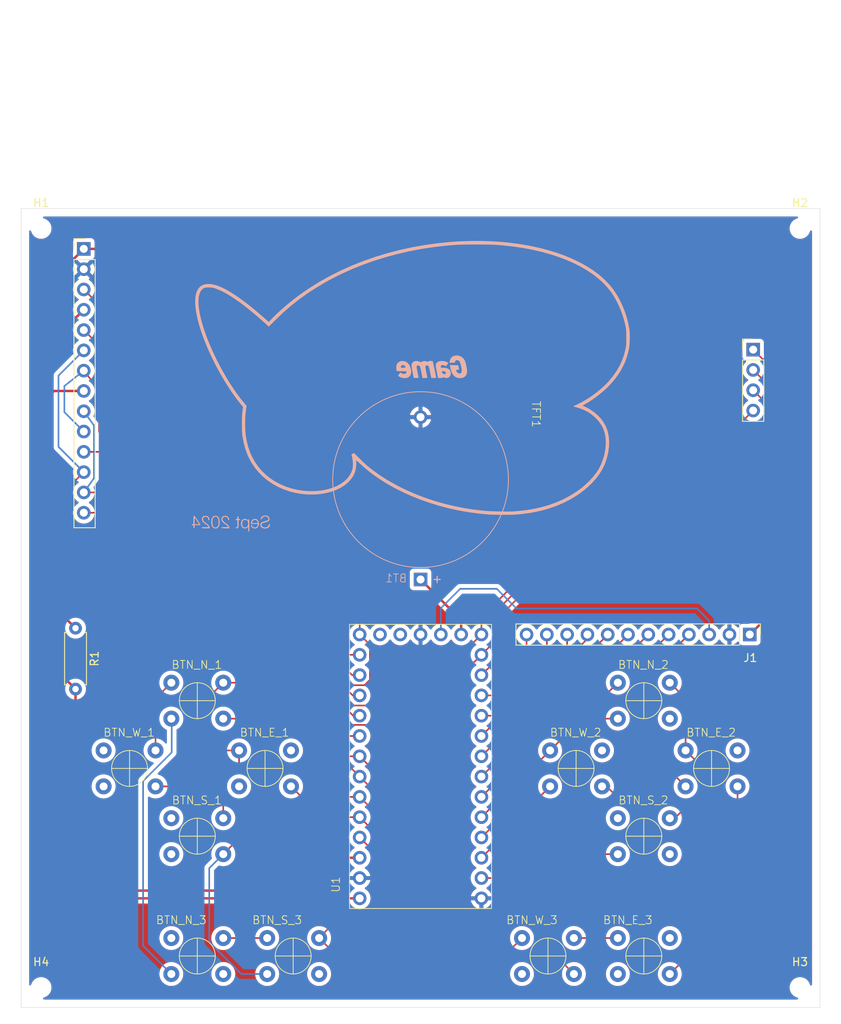
<source format=kicad_pcb>
(kicad_pcb (version 20240108) (generator "pcbnew") (generator_version "8.0")
  (title_block (title "teensy 4 handheld game console") (date "2024-09-09") (rev "0"))
  (layers (0 "F.Cu" signal) (31 "B.Cu" signal) (34 "B.Paste" user) (35 "F.Paste" user) (36 "B.SilkS" user "B.Silkscreen") (37 "F.SilkS" user "F.Silkscreen") (38 "B.Mask" user) (39 "F.Mask" user) (44 "Edge.Cuts" user))
  (net 0 "")
  (net 1 "Net-(BT1-+)")
  (net 2 "Net-(J1-Pin_6)")
  (net 3 "Net-(J1-Pin_9)")
  (net 4 "5v (via usb)")
  (net 5 "Net-(J1-Pin_8)")
  (net 6 "Net-(J1-Pin_7)")
  (net 7 "/TFT_led")
  (net 8 "/SPI_mosi")
  (net 9 "/SPI_miso")
  (net 10 "/SD_cs")
  (net 11 "/SPI_sck")
  (net 12 "/TFT_reset")
  (net 13 "GND (via usb)")
  (net 14 "Net-(BTN_E_1-Pad1)")
  (net 15 "Net-(BTN_E_1-Pad2)")
  (net 16 "Net-(BTN_E_2-Pad1)")
  (net 17 "Net-(BTN_E_3-Pad1)")
  (net 18 "Net-(BTN_N_1-Pad2)")
  (net 19 "Net-(BTN_S_1-Pad2)")
  (net 20 "Net-(BTN_W_1-Pad2)")
  (net 23 "Net-(J1-Pin_12)")
  (net 24 "Net-(J1-Pin_10)")
  (net 25 "Net-(J1-Pin_11)")
  (net 26 "Net-(J1-Pin_5)")
  (net 27 "Net-(J1-Pin_4)")
  (net 28 "/Touch_irq")
  (net 29 "/Touch_cs")
  (net 30 "/TFT_cs")
  (net 31 "/TFT_dc")
  (footprint "000_game_console_footprints:TFT_touchscreen_ili9341_controller_chip" (layer "F.Cu") (at 172.1388 38.9562 -90)
    (property "Reference" "TFT1" (at 31.7996 30.1736 -90) (layer "F.SilkS") (effects (font (thickness 0.1))))
    (property "Value" "~" (hide yes))
    (pad "1" thru_hole rect (at 11.1 86.8) (size 1.7 1.7) (drill 1) (layers "*.Cu" "*.Mask") (net 4 "5v (via usb)"))
    (pad "2" thru_hole oval (at 13.64 86.8) (size 1.7 1.7) (drill 1) (layers "*.Cu" "*.Mask") (net 13 "GND (via usb)"))
    (pad "3" thru_hole oval (at 16.18 86.8) (size 1.7 1.7) (drill 1) (layers "*.Cu" "*.Mask") (net 30 "/TFT_cs"))
    (pad "4" thru_hole oval (at 18.72 86.8) (size 1.7 1.7) (drill 1) (layers "*.Cu" "*.Mask") (net 12 "/TFT_reset"))
    (pad "5" thru_hole oval (at 21.26 86.8) (size 1.7 1.7) (drill 1) (layers "*.Cu" "*.Mask") (net 31 "/TFT_dc"))
    (pad "6" thru_hole oval (at 23.8 86.8) (size 1.7 1.7) (drill 1) (layers "*.Cu" "*.Mask") (net 8 "/SPI_mosi"))
    (pad "7" thru_hole oval (at 26.34 86.8) (size 1.7 1.7) (drill 1) (layers "*.Cu" "*.Mask") (net 11 "/SPI_sck"))
    (pad "8" thru_hole oval (at 28.88 86.8) (size 1.7 1.7) (drill 1) (layers "*.Cu" "*.Mask") (net 7 "/TFT_led"))
    (pad "9" thru_hole oval (at 31.42 86.8) (size 1.7 1.7) (drill 1) (layers "*.Cu" "*.Mask") (net 9 "/SPI_miso"))
    (pad "10" thru_hole oval (at 33.96 86.8) (size 1.7 1.7) (drill 1) (layers "*.Cu" "*.Mask") (net 11 "/SPI_sck"))
    (pad "11" thru_hole oval (at 36.5 86.8) (size 1.7 1.7) (drill 1) (layers "*.Cu" "*.Mask") (net 29 "/Touch_cs"))
    (pad "12" thru_hole oval (at 39.04 86.8) (size 1.7 1.7) (drill 1) (layers "*.Cu" "*.Mask") (net 8 "/SPI_mosi"))
    (pad "13" thru_hole oval (at 41.58 86.8) (size 1.7 1.7) (drill 1) (layers "*.Cu" "*.Mask") (net 9 "/SPI_miso"))
    (pad "14" thru_hole oval (at 44.12 86.8) (size 1.7 1.7) (drill 1) (layers "*.Cu" "*.Mask") (net 28 "/Touch_irq"))
    (pad "15" thru_hole rect (at 23.71 3) (size 1.7 1.7) (drill 1) (layers "*.Cu" "*.Mask") (net 10 "/SD_cs"))
    (pad "16" thru_hole oval (at 26.25 3) (size 1.7 1.7) (drill 1) (layers "*.Cu" "*.Mask") (net 8 "/SPI_mosi"))
    (pad "17" thru_hole oval (at 28.79 3) (size 1.7 1.7) (drill 1) (layers "*.Cu" "*.Mask") (net 9 "/SPI_miso"))
    (pad "18" thru_hole oval (at 31.33 3) (size 1.7 1.7) (drill 1) (layers "*.Cu" "*.Mask") (net 11 "/SPI_sck"))
  )
  (footprint "000_game_console_footprints:tactile switch 6.5 x 4.5" (layer "F.Cu") (at 99.5508 106.5986)
    (property "Reference" "BTN_N_1" (at -0.0544 -4.4922 0) (layer "F.SilkS") (effects (font (thickness 0.1))))
    (property "Value" "SW_DPST")
    (pad "1" thru_hole circle (at -3.25 -2.25) (size 2 2) (drill 1) (layers "*.Cu" "*.Mask") (net 14 "Net-(BTN_E_1-Pad1)"))
    (pad "1" thru_hole circle (at 3.25 -2.25) (size 2 2) (drill 1) (layers "*.Cu" "*.Mask") (net 14 "Net-(BTN_E_1-Pad1)"))
    (pad "2" thru_hole circle (at -3.25 2.25) (size 2 2) (drill 1) (layers "*.Cu" "*.Mask") (net 18 "Net-(BTN_N_1-Pad2)"))
    (pad "2" thru_hole circle (at 3.25 2.25) (size 2 2) (drill 1) (layers "*.Cu" "*.Mask") (net 18 "Net-(BTN_N_1-Pad2)"))
  )
  (footprint "000_game_console_footprints:tactile switch 6.5 x 4.5" (layer "F.Cu") (at 155.4492 123.5586)
    (property "Reference" "BTN_S_2" (at -0.0544 -4.4922 0) (layer "F.SilkS") (effects (font (thickness 0.1))))
    (property "Value" "SW_DPST")
    (pad "1" thru_hole circle (at -3.25 -2.25) (size 2 2) (drill 1) (layers "*.Cu" "*.Mask") (net 16 "Net-(BTN_E_2-Pad1)"))
    (pad "1" thru_hole circle (at 3.25 -2.25) (size 2 2) (drill 1) (layers "*.Cu" "*.Mask") (net 16 "Net-(BTN_E_2-Pad1)"))
    (pad "2" thru_hole circle (at -3.25 2.25) (size 2 2) (drill 1) (layers "*.Cu" "*.Mask") (net 19 "Net-(BTN_S_1-Pad2)"))
    (pad "2" thru_hole circle (at 3.25 2.25) (size 2 2) (drill 1) (layers "*.Cu" "*.Mask") (net 19 "Net-(BTN_S_1-Pad2)"))
  )
  (footprint "Resistor_THT:R_Axial_DIN0207_L6.3mm_D2.5mm_P7.62mm_Horizontal" (layer "F.Cu") (at 84.3072 97.5272 -90)
    (property "Reference" "R1" (at 3.81 -2.37 90) (layer "F.SilkS"))
    (property "Value" "100")
    (pad "1" thru_hole circle (at 0 0 270) (size 1.6 1.6) (drill 0.8) (layers "*.Cu" "*.Mask") (net 7 "/TFT_led"))
    (pad "2" thru_hole oval (at 7.62 0 270) (size 1.6 1.6) (drill 0.8) (layers "*.Cu" "*.Mask") (net 4 "5v (via usb)"))
  )
  (footprint "MountingHole:MountingHole_2.2mm_M2" (layer "F.Cu") (at 80 47.5)
    (property "Reference" "H1" (at 0 -3.2 0) (layer "F.SilkS"))
    (property "Value" "MountingHole")
    (pad "" np_thru_hole circle (at 0 0) (size 2.2 2.2) (drill 2.2) (layers "*.Cu" "*.Mask"))
  )
  (footprint "000_game_console_footprints:tactile switch 6.5 x 4.5" (layer "F.Cu") (at 99.5508 138.5586)
    (property "Reference" "BTN_N_3" (at -2 -4.5 0) (layer "F.SilkS") (effects (font (thickness 0.1))))
    (property "Value" "SW_DPST")
    (pad "1" thru_hole circle (at -3.25 -2.25) (size 2 2) (drill 1) (layers "*.Cu" "*.Mask") (net 17 "Net-(BTN_E_3-Pad1)"))
    (pad "1" thru_hole circle (at 3.25 -2.25) (size 2 2) (drill 1) (layers "*.Cu" "*.Mask") (net 17 "Net-(BTN_E_3-Pad1)"))
    (pad "2" thru_hole circle (at -3.25 2.25) (size 2 2) (drill 1) (layers "*.Cu" "*.Mask") (net 18 "Net-(BTN_N_1-Pad2)"))
    (pad "2" thru_hole circle (at 3.25 2.25) (size 2 2) (drill 1) (layers "*.Cu" "*.Mask") (net 18 "Net-(BTN_N_1-Pad2)"))
  )
  (footprint "000_game_console_footprints:teensy_4" (layer "F.Cu") (at 118.61 132.61 90)
    (property "Reference" "U1" (at 3 -1.72 90) (layer "F.SilkS") (effects (font (thickness 0.1))))
    (property "Value" "Teensy 4")
    (pad "0" thru_hole oval (at 3.81 16.51 90) (size 1.7 1.7) (drill 1) (layers "*.Cu" "*.Mask") (net 16 "Net-(BTN_E_2-Pad1)"))
    (pad "1" thru_hole oval (at 6.35 16.51 90) (size 1.7 1.7) (drill 1) (layers "*.Cu" "*.Mask") (net 27 "Net-(J1-Pin_4)"))
    (pad "2" thru_hole oval (at 8.89 16.51 90) (size 1.7 1.7) (drill 1) (layers "*.Cu" "*.Mask") (net 26 "Net-(J1-Pin_5)"))
    (pad "3" thru_hole oval (at 11.43 16.51 90) (size 1.7 1.7) (drill 1) (layers "*.Cu" "*.Mask") (net 2 "Net-(J1-Pin_6)"))
    (pad "4" thru_hole oval (at 13.97 16.51 90) (size 1.7 1.7) (drill 1) (layers "*.Cu" "*.Mask") (net 6 "Net-(J1-Pin_7)"))
    (pad "5" thru_hole oval (at 16.51 16.51 90) (size 1.7 1.7) (drill 1) (layers "*.Cu" "*.Mask") (net 5 "Net-(J1-Pin_8)"))
    (pad "6" thru_hole oval (at 19.05 16.51 90) (size 1.7 1.7) (drill 1) (layers "*.Cu" "*.Mask") (net 3 "Net-(J1-Pin_9)"))
    (pad "7" thru_hole oval (at 21.59 16.51 90) (size 1.7 1.7) (drill 1) (layers "*.Cu" "*.Mask") (net 24 "Net-(J1-Pin_10)"))
    (pad "8" thru_hole oval (at 24.13 16.51 90) (size 1.7 1.7) (drill 1) (layers "*.Cu" "*.Mask") (net 25 "Net-(J1-Pin_11)"))
    (pad "9" thru_hole oval (at 26.67 16.51 90) (size 1.7 1.7) (drill 1) (layers "*.Cu" "*.Mask") (net 23 "Net-(J1-Pin_12)"))
    (pad "10" thru_hole oval (at 29.21 16.51 90) (size 1.7 1.7) (drill 1) (layers "*.Cu" "*.Mask") (net 10 "/SD_cs"))
    (pad "11" thru_hole oval (at 31.75 16.51 90) (size 1.7 1.7) (drill 1) (layers "*.Cu" "*.Mask") (net 8 "/SPI_mosi"))
    (pad "12" thru_hole oval (at 34.29 16.51 90) (size 1.7 1.7) (drill 1) (layers "*.Cu" "*.Mask") (net 9 "/SPI_miso"))
    (pad "13" thru_hole oval (at 34.29 1.27 90) (size 1.7 1.7) (drill 1) (layers "*.Cu" "*.Mask") (net 11 "/SPI_sck"))
    (pad "14" thru_hole oval (at 31.75 1.27 90) (size 1.7 1.7) (drill 1) (layers "*.Cu" "*.Mask") (net 30 "/TFT_cs"))
    (pad "15" thru_hole oval (at 29.21 1.27 90) (size 1.7 1.7) (drill 1) (layers "*.Cu" "*.Mask") (net 31 "/TFT_dc"))
    (pad "16" thru_hole oval (at 26.67 1.27 90) (size 1.7 1.7) (drill 1) (layers "*.Cu" "*.Mask") (net 29 "/Touch_cs"))
    (pad "17" thru_hole oval (at 24.13 1.27 90) (size 1.7 1.7) (drill 1) (layers "*.Cu" "*.Mask") (net 28 "/Touch_irq"))
    (pad "18" thru_hole oval (at 21.59 1.27 90) (size 1.7 1.7) (drill 1) (layers "*.Cu" "*.Mask") (net 14 "Net-(BTN_E_1-Pad1)"))
    (pad "19" thru_hole oval (at 19.05 1.27 90) (size 1.7 1.7) (drill 1) (layers "*.Cu" "*.Mask") (net 18 "Net-(BTN_N_1-Pad2)"))
    (pad "20" thru_hole oval (at 16.51 1.27 90) (size 1.7 1.7) (drill 1) (layers "*.Cu" "*.Mask") (net 20 "Net-(BTN_W_1-Pad2)"))
    (pad "21" thru_hole oval (at 13.97 1.27 90) (size 1.7 1.7) (drill 1) (layers "*.Cu" "*.Mask") (net 15 "Net-(BTN_E_1-Pad2)"))
    (pad "22" thru_hole oval (at 11.43 1.27 90) (size 1.7 1.7) (drill 1) (layers "*.Cu" "*.Mask") (net 19 "Net-(BTN_S_1-Pad2)"))
    (pad "23" thru_hole oval (at 8.89 1.27 90) (size 1.7 1.7) (drill 1) (layers "*.Cu" "*.Mask") (net 17 "Net-(BTN_E_3-Pad1)"))
    (pad "24" thru_hole oval (at 6.35 1.27 90) (size 1.7 1.7) (drill 1) (layers "*.Cu" "*.Mask") (net 12 "/TFT_reset"))
    (pad "24" thru_hole oval (at 34.29 11.43 180) (size 1.7 1.7) (drill 1) (layers "*.Cu" "*.Mask") (net 12 "/TFT_reset"))
    (pad "25" thru_hole oval (at 1.27 16.51 90) (size 1.7 1.7) (drill 1) (layers "*.Cu" "*.Mask") (net 13 "GND (via usb)"))
    (pad "25" thru_hole oval (at 3.81 1.27 90) (size 1.7 1.7) (drill 1) (layers "*.Cu" "*.Mask") (net 13 "GND (via usb)"))
    (pad "25" thru_hole oval (at 34.29 8.89 180) (size 1.7 1.7) (drill 1) (layers "*.Cu" "*.Mask") (net 13 "GND (via usb)"))
    (pad "26" thru_hole oval (at 1.27 1.27 90) (size 1.7 1.7) (drill 1) (layers "*.Cu" "*.Mask") (net 4 "5v (via usb)"))
    (pad "27" thru_hole oval (at 34.29 13.97 180) (size 1.7 1.7) (drill 1) (layers "*.Cu" "*.Mask") (net 1 "Net-(BT1-+)"))
    (pad "28" thru_hole oval (at 34.29 6.35 180) (size 1.7 1.7) (drill 1) (layers "*.Cu" "*.Mask"))
    (pad "29" thru_hole oval (at 34.29 3.81 180) (size 1.7 1.7) (drill 1) (layers "*.Cu" "*.Mask"))
  )
  (footprint "000_game_console_footprints:tactile switch 6.5 x 4.5" (layer "F.Cu") (at 108.0308 115.0786)
    (property "Reference" "BTN_E_1" (at -0.0544 -4.4922 0) (layer "F.SilkS") (effects (font (thickness 0.1))))
    (property "Value" "SW_DPST")
    (pad "1" thru_hole circle (at -3.25 -2.25) (size 2 2) (drill 1) (layers "*.Cu" "*.Mask") (net 14 "Net-(BTN_E_1-Pad1)"))
    (pad "1" thru_hole circle (at 3.25 -2.25) (size 2 2) (drill 1) (layers "*.Cu" "*.Mask") (net 14 "Net-(BTN_E_1-Pad1)"))
    (pad "2" thru_hole circle (at -3.25 2.25) (size 2 2) (drill 1) (layers "*.Cu" "*.Mask") (net 15 "Net-(BTN_E_1-Pad2)"))
    (pad "2" thru_hole circle (at 3.25 2.25) (size 2 2) (drill 1) (layers "*.Cu" "*.Mask") (net 15 "Net-(BTN_E_1-Pad2)"))
  )
  (footprint "000_game_console_footprints:tactile switch 6.5 x 4.5" (layer "F.Cu") (at 146.9692 115.0786)
    (property "Reference" "BTN_W_2" (at -0.0544 -4.4922 0) (layer "F.SilkS") (effects (font (thickness 0.1))))
    (property "Value" "SW_DPST")
    (pad "1" thru_hole circle (at -3.25 -2.25) (size 2 2) (drill 1) (layers "*.Cu" "*.Mask") (net 16 "Net-(BTN_E_2-Pad1)"))
    (pad "1" thru_hole circle (at 3.25 -2.25) (size 2 2) (drill 1) (layers "*.Cu" "*.Mask") (net 16 "Net-(BTN_E_2-Pad1)"))
    (pad "2" thru_hole circle (at -3.25 2.25) (size 2 2) (drill 1) (layers "*.Cu" "*.Mask") (net 20 "Net-(BTN_W_1-Pad2)"))
    (pad "2" thru_hole circle (at 3.25 2.25) (size 2 2) (drill 1) (layers "*.Cu" "*.Mask") (net 20 "Net-(BTN_W_1-Pad2)"))
  )
  (footprint "MountingHole:MountingHole_2.2mm_M2" (layer "F.Cu") (at 80 142.5)
    (property "Reference" "H4" (at 0 -3.2 0) (layer "F.SilkS"))
    (property "Value" "MountingHole")
    (pad "" np_thru_hole circle (at 0 0) (size 2.2 2.2) (drill 2.2) (layers "*.Cu" "*.Mask"))
  )
  (footprint "Connector_PinHeader_2.54mm:PinHeader_1x12_P2.54mm_Vertical" (layer "F.Cu") (at 168.7114 98.3202 -90)
    (property "Reference" "J1" (at 2.921 -0.0762 180) (layer "F.SilkS"))
    (property "Value" "Conn_01x11_Pin")
    (pad "1" thru_hole rect (at 0 0 270) (size 1.7 1.7) (drill 1) (layers "*.Cu" "*.Mask") (net 4 "5v (via usb)"))
    (pad "2" thru_hole oval (at 0 2.54 270) (size 1.7 1.7) (drill 1) (layers "*.Cu" "*.Mask") (net 13 "GND (via usb)"))
    (pad "3" thru_hole oval (at 0 5.08 270) (size 1.7 1.7) (drill 1) (layers "*.Cu" "*.Mask") (net 12 "/TFT_reset"))
    (pad "4" thru_hole oval (at 0 7.62 270) (size 1.7 1.7) (drill 1) (layers "*.Cu" "*.Mask") (net 27 "Net-(J1-Pin_4)"))
    (pad "5" thru_hole oval (at 0 10.16 270) (size 1.7 1.7) (drill 1) (layers "*.Cu" "*.Mask") (net 26 "Net-(J1-Pin_5)"))
    (pad "6" thru_hole oval (at 0 12.7 270) (size 1.7 1.7) (drill 1) (layers "*.Cu" "*.Mask") (net 2 "Net-(J1-Pin_6)"))
    (pad "7" thru_hole oval (at 0 15.24 270) (size 1.7 1.7) (drill 1) (layers "*.Cu" "*.Mask") (net 6 "Net-(J1-Pin_7)"))
    (pad "8" thru_hole oval (at 0 17.78 270) (size 1.7 1.7) (drill 1) (layers "*.Cu" "*.Mask") (net 5 "Net-(J1-Pin_8)"))
    (pad "9" thru_hole oval (at 0 20.32 270) (size 1.7 1.7) (drill 1) (layers "*.Cu" "*.Mask") (net 3 "Net-(J1-Pin_9)"))
    (pad "10" thru_hole oval (at 0 22.86 270) (size 1.7 1.7) (drill 1) (layers "*.Cu" "*.Mask") (net 24 "Net-(J1-Pin_10)"))
    (pad "11" thru_hole oval (at 0 25.4 270) (size 1.7 1.7) (drill 1) (layers "*.Cu" "*.Mask") (net 25 "Net-(J1-Pin_11)"))
    (pad "12" thru_hole oval (at 0 27.94 270) (size 1.7 1.7) (drill 1) (layers "*.Cu" "*.Mask") (net 23 "Net-(J1-Pin_12)"))
  )
  (footprint "000_game_console_footprints:tactile switch 6.5 x 4.5" (layer "F.Cu") (at 99.5508 123.5586)
    (property "Reference" "BTN_S_1" (at -0.0544 -4.4922 0) (layer "F.SilkS") (effects (font (thickness 0.1))))
    (property "Value" "SW_DPST")
    (pad "1" thru_hole circle (at -3.25 -2.25) (size 2 2) (drill 1) (layers "*.Cu" "*.Mask") (net 14 "Net-(BTN_E_1-Pad1)"))
    (pad "1" thru_hole circle (at 3.25 -2.25) (size 2 2) (drill 1) (layers "*.Cu" "*.Mask") (net 14 "Net-(BTN_E_1-Pad1)"))
    (pad "2" thru_hole circle (at -3.25 2.25) (size 2 2) (drill 1) (layers "*.Cu" "*.Mask") (net 19 "Net-(BTN_S_1-Pad2)"))
    (pad "2" thru_hole circle (at 3.25 2.25) (size 2 2) (drill 1) (layers "*.Cu" "*.Mask") (net 19 "Net-(BTN_S_1-Pad2)"))
  )
  (footprint "000_game_console_footprints:tactile switch 6.5 x 4.5" (layer "F.Cu") (at 155.4492 138.5586)
    (property "Reference" "BTN_E_3" (at -2 -4.5 0) (layer "F.SilkS") (effects (font (thickness 0.1))))
    (property "Value" "SW_DPST")
    (pad "1" thru_hole circle (at -3.25 -2.25) (size 2 2) (drill 1) (layers "*.Cu" "*.Mask") (net 17 "Net-(BTN_E_3-Pad1)"))
    (pad "1" thru_hole circle (at 3.25 -2.25) (size 2 2) (drill 1) (layers "*.Cu" "*.Mask") (net 17 "Net-(BTN_E_3-Pad1)"))
    (pad "2" thru_hole circle (at -3.25 2.25) (size 2 2) (drill 1) (layers "*.Cu" "*.Mask") (net 15 "Net-(BTN_E_1-Pad2)"))
    (pad "2" thru_hole circle (at 3.25 2.25) (size 2 2) (drill 1) (layers "*.Cu" "*.Mask") (net 15 "Net-(BTN_E_1-Pad2)"))
  )
  (footprint "MountingHole:MountingHole_2.2mm_M2" (layer "F.Cu") (at 175 47.5)
    (property "Reference" "H2" (at 0 -3.2 0) (layer "F.SilkS"))
    (property "Value" "MountingHole")
    (pad "" np_thru_hole circle (at 0 0) (size 2.2 2.2) (drill 2.2) (layers "*.Cu" "*.Mask"))
  )
  (footprint "000_game_console_footprints:tactile switch 6.5 x 4.5" (layer "F.Cu") (at 155.4492 106.5986)
    (property "Reference" "BTN_N_2" (at -0.0544 -4.4922 0) (layer "F.SilkS") (effects (font (thickness 0.1))))
    (property "Value" "SW_DPST")
    (pad "1" thru_hole circle (at -3.25 -2.25) (size 2 2) (drill 1) (layers "*.Cu" "*.Mask") (net 16 "Net-(BTN_E_2-Pad1)"))
    (pad "1" thru_hole circle (at 3.25 -2.25) (size 2 2) (drill 1) (layers "*.Cu" "*.Mask") (net 16 "Net-(BTN_E_2-Pad1)"))
    (pad "2" thru_hole circle (at -3.25 2.25) (size 2 2) (drill 1) (layers "*.Cu" "*.Mask") (net 18 "Net-(BTN_N_1-Pad2)"))
    (pad "2" thru_hole circle (at 3.25 2.25) (size 2 2) (drill 1) (layers "*.Cu" "*.Mask") (net 18 "Net-(BTN_N_1-Pad2)"))
  )
  (footprint "000_game_console_footprints:tactile switch 6.5 x 4.5" (layer "F.Cu") (at 91.0708 115.0786)
    (property "Reference" "BTN_W_1" (at -0.0544 -4.4922 0) (layer "F.SilkS") (effects (font (thickness 0.1))))
    (property "Value" "SW_DPST")
    (pad "1" thru_hole circle (at -3.25 -2.25) (size 2 2) (drill 1) (layers "*.Cu" "*.Mask") (net 14 "Net-(BTN_E_1-Pad1)"))
    (pad "1" thru_hole circle (at 3.25 -2.25) (size 2 2) (drill 1) (layers "*.Cu" "*.Mask") (net 14 "Net-(BTN_E_1-Pad1)"))
    (pad "2" thru_hole circle (at -3.25 2.25) (size 2 2) (drill 1) (layers "*.Cu" "*.Mask") (net 20 "Net-(BTN_W_1-Pad2)"))
    (pad "2" thru_hole circle (at 3.25 2.25) (size 2 2) (drill 1) (layers "*.Cu" "*.Mask") (net 20 "Net-(BTN_W_1-Pad2)"))
  )
  (footprint "000_game_console_footprints:tactile switch 6.5 x 4.5" (layer "F.Cu") (at 111.5508 138.5586)
    (property "Reference" "BTN_S_3" (at -2 -4.5 0) (layer "F.SilkS") (effects (font (thickness 0.1))))
    (property "Value" "SW_DPST")
    (pad "1" thru_hole circle (at -3.25 -2.25) (size 2 2) (drill 1) (layers "*.Cu" "*.Mask") (net 17 "Net-(BTN_E_3-Pad1)"))
    (pad "1" thru_hole circle (at 3.25 -2.25) (size 2 2) (drill 1) (layers "*.Cu" "*.Mask") (net 17 "Net-(BTN_E_3-Pad1)"))
    (pad "2" thru_hole circle (at -3.25 2.25) (size 2 2) (drill 1) (layers "*.Cu" "*.Mask") (net 19 "Net-(BTN_S_1-Pad2)"))
    (pad "2" thru_hole circle (at 3.25 2.25) (size 2 2) (drill 1) (layers "*.Cu" "*.Mask") (net 19 "Net-(BTN_S_1-Pad2)"))
  )
  (footprint "000_game_console_footprints:tactile switch 6.5 x 4.5" (layer "F.Cu") (at 163.9292 115.0786)
    (property "Reference" "BTN_E_2" (at -0.0544 -4.4922 0) (layer "F.SilkS") (effects (font (thickness 0.1))))
    (property "Value" "SW_DPST")
    (pad "1" thru_hole circle (at -3.25 -2.25) (size 2 2) (drill 1) (layers "*.Cu" "*.Mask") (net 16 "Net-(BTN_E_2-Pad1)"))
    (pad "1" thru_hole circle (at 3.25 -2.25) (size 2 2) (drill 1) (layers "*.Cu" "*.Mask") (net 16 "Net-(BTN_E_2-Pad1)"))
    (pad "2" thru_hole circle (at -3.25 2.25) (size 2 2) (drill 1) (layers "*.Cu" "*.Mask") (net 15 "Net-(BTN_E_1-Pad2)"))
    (pad "2" thru_hole circle (at 3.25 2.25) (size 2 2) (drill 1) (layers "*.Cu" "*.Mask") (net 15 "Net-(BTN_E_1-Pad2)"))
  )
  (footprint "MountingHole:MountingHole_2.2mm_M2" (layer "F.Cu") (at 175 142.5)
    (property "Reference" "H3" (at 0 -3.2 0) (layer "F.SilkS"))
    (property "Value" "MountingHole")
    (pad "" np_thru_hole circle (at 0 0) (size 2.2 2.2) (drill 2.2) (layers "*.Cu" "*.Mask"))
  )
  (footprint "000_game_console_footprints:tactile switch 6.5 x 4.5" (layer "F.Cu") (at 143.4492 138.5586)
    (property "Reference" "BTN_W_3" (at -2 -4.5 0) (layer "F.SilkS") (effects (font (thickness 0.1))))
    (property "Value" "SW_DPST")
    (pad "1" thru_hole circle (at -3.25 -2.25) (size 2 2) (drill 1) (layers "*.Cu" "*.Mask") (net 17 "Net-(BTN_E_3-Pad1)"))
    (pad "1" thru_hole circle (at 3.25 -2.25) (size 2 2) (drill 1) (layers "*.Cu" "*.Mask") (net 17 "Net-(BTN_E_3-Pad1)"))
    (pad "2" thru_hole circle (at -3.25 2.25) (size 2 2) (drill 1) (layers "*.Cu" "*.Mask") (net 20 "Net-(BTN_W_1-Pad2)"))
    (pad "2" thru_hole circle (at 3.25 2.25) (size 2 2) (drill 1) (layers "*.Cu" "*.Mask") (net 20 "Net-(BTN_W_1-Pad2)"))
  )
  (footprint "LOGO" (layer "B.Cu") (at 126.9538 66.0314 180)
    (property "Reference" "G***" (hide yes))
    (property "Value" "LOGO" (hide yes))
  )
  (footprint "000_game_console_footprints:Battery_Holder" (layer "B.Cu") (at 127.5 91.4312 90)
    (property "Reference" "BT1" (at 0.1522 -3.0608 0) (layer "B.SilkS") (effects (font (thickness 0.1)) (justify mirror)))
    (property "Value" "3.3v")
    (fp_text user "+" (at 0 2 90) (layer "B.SilkS") (effects (justify mirror)))
    (pad "1" thru_hole rect (at 0 0) (size 1.7 1.7) (drill 1) (layers "*.Cu" "*.Mask") (net 1 "Net-(BT1-+)"))
    (pad "2" thru_hole oval (at 20.32 0) (size 1.7 1.7) (drill 1) (layers "*.Cu" "*.Mask") (net 13 "GND (via usb)"))
  )
  (gr_line (start 119.791 131.2838) (end 120.0196 131.3346) (stroke (width 0.2)) (layer "F.Cu") (net 4))
  (gr_rect (start 77.5 45) (end 177.5 145) (stroke (width 0.05)) (fill none) (layer "Edge.Cuts"))
  (segment (start 132.58 96.5112) (end 127.5 91.4312) (width 0.3) (layer "F.Cu") (net 1))
  (segment (start 132.58 98.32) (end 132.58 96.5112) (width 0.3) (layer "F.Cu") (net 1))
  (segment (start 139.0188 117.2812) (end 139.0188 111.0402) (width 0.2) (layer "F.Cu") (net 2))
  (segment (start 152.8418 101.4898) (end 156.0114 98.3202) (width 0.2) (layer "F.Cu") (net 2))
  (segment (start 139.0188 111.0402) (end 148.5692 101.4898) (width 0.2) (layer "F.Cu") (net 2))
  (segment (start 148.5692 101.4898) (end 152.8418 101.4898) (width 0.2) (layer "F.Cu") (net 2))
  (segment (start 135.12 121.18) (end 139.0188 117.2812) (width 0.2) (layer "F.Cu") (net 2))
  (segment (start 137.2018 111.4782) (end 137.2018 110.0378) (width 0.2) (layer "F.Cu") (net 3))
  (segment (start 135.12 113.56) (end 137.2018 111.4782) (width 0.2) (layer "F.Cu") (net 3))
  (segment (start 137.2018 110.0378) (end 148.3914 98.8482) (width 0.2) (layer "F.Cu") (net 3))
  (segment (start 148.3914 98.8482) (end 148.3914 98.3402) (width 0.2) (layer "F.Cu") (net 3))
  (segment (start 171.2768 77.944) (end 171.2768 95.7748) (width 0.3) (layer "F.Cu") (net 4))
  (segment (start 173.8168 75.404) (end 171.2768 77.944) (width 0.3) (layer "F.Cu") (net 4))
  (segment (start 171.2768 95.7748) (end 168.7114 98.3402) (width 0.3) (layer "F.Cu") (net 4))
  (segment (start 79.8622 55.5328) (end 85.3388 50.0562) (width 0.3) (layer "F.Cu") (net 4))
  (segment (start 85.3388 50.0562) (end 163.8868 50.0562) (width 0.3) (layer "F.Cu") (net 4))
  (segment (start 89.3926 131.34) (end 84.3072 126.2546) (width 0.3) (layer "F.Cu") (net 4))
  (segment (start 84.3072 105.1472) (end 79.8622 100.7022) (width 0.3) (layer "F.Cu") (net 4))
  (segment (start 163.8868 50.0562) (end 173.8168 59.9862) (width 0.3) (layer "F.Cu") (net 4))
  (segment (start 173.8168 59.9862) (end 173.8168 75.404) (width 0.3) (layer "F.Cu") (net 4))
  (segment (start 84.3072 126.2546) (end 84.3072 105.1472) (width 0.3) (layer "F.Cu") (net 4))
  (segment (start 119.88 131.34) (end 89.3926 131.34) (width 0.3) (layer "F.Cu") (net 4))
  (segment (start 79.8622 100.7022) (end 79.8622 55.5328) (width 0.3) (layer "F.Cu") (net 4))
  (segment (start 147.731 100.4738) (end 148.7978 100.4738) (width 0.2) (layer "F.Cu") (net 5))
  (segment (start 148.7978 100.4738) (end 150.9314 98.3402) (width 0.2) (layer "F.Cu") (net 5))
  (segment (start 137.771 110.4338) (end 147.731 100.4738) (width 0.2) (layer "F.Cu") (net 5))
  (segment (start 137.771 113.449) (end 137.771 110.4338) (width 0.2) (layer "F.Cu") (net 5))
  (segment (start 135.12 116.1) (end 137.771 113.449) (width 0.2) (layer "F.Cu") (net 5))
  (segment (start 138.46 110.6592) (end 148.1914 100.9278) (width 0.2) (layer "F.Cu") (net 6))
  (segment (start 150.8838 100.9278) (end 153.4714 98.3402) (width 0.2) (layer "F.Cu") (net 6))
  (segment (start 135.12 118.64) (end 138.46 115.3) (width 0.2) (layer "F.Cu") (net 6))
  (segment (start 148.1914 100.9278) (end 150.8838 100.9278) (width 0.2) (layer "F.Cu") (net 6))
  (segment (start 138.46 115.3) (end 138.46 110.6592) (width 0.2) (layer "F.Cu") (net 6))
  (segment (start 81.6134 67.8362) (end 85.3388 67.8362) (width 0.3) (layer "F.Cu") (net 7))
  (segment (start 84.3072 97.5272) (end 80.921 94.141) (width 0.3) (layer "F.Cu") (net 7))
  (segment (start 80.921 94.141) (end 80.921 68.5286) (width 0.3) (layer "F.Cu") (net 7))
  (segment (start 80.921 68.5286) (end 81.6134 67.8362) (width 0.3) (layer "F.Cu") (net 7))
  (segment (start 126.35 109.63) (end 118.7364 109.63) (width 0.2) (layer "F.Cu") (net 8))
  (segment (start 118.7364 109.63) (end 95.1022 85.9958) (width 0.2) (layer "F.Cu") (net 8))
  (segment (start 84.3072 85.9958) (end 82.9356 84.6242) (width 0.2) (layer "F.Cu") (net 8))
  (segment (start 171.734 73.499) (end 171.734 67.8014) (width 0.2) (layer "F.Cu") (net 8))
  (segment (start 157.3068 75.0484) (end 170.1846 75.0484) (width 0.2) (layer "F.Cu") (net 8))
  (segment (start 137.0884 95.2668) (end 157.3068 75.0484) (width 0.2) (layer "F.Cu") (net 8))
  (segment (start 135.12 100.86) (end 137.0884 98.8916) (width 0.2) (layer "F.Cu") (net 8))
  (segment (start 82.9356 84.6242) (end 82.9356 80.3994) (width 0.2) (layer "F.Cu") (net 8))
  (segment (start 82.9356 80.3994) (end 85.3388 77.9962) (width 0.2) (layer "F.Cu") (net 8))
  (segment (start 95.1022 85.9958) (end 84.3072 85.9958) (width 0.2) (layer "F.Cu") (net 8))
  (segment (start 137.0884 98.8916) (end 137.0884 95.2668) (width 0.2) (layer "F.Cu") (net 8))
  (segment (start 135.12 100.86) (end 126.35 109.63) (width 0.2) (layer "F.Cu") (net 8))
  (segment (start 171.734 67.8014) (end 169.1388 65.2062) (width 0.2) (layer "F.Cu") (net 8))
  (segment (start 170.1846 75.0484) (end 171.734 73.499) (width 0.2) (layer "F.Cu") (net 8))
  (segment (start 82.1736 65.9214) (end 82.1736 74.831) (width 0.2) (layer "B.Cu") (net 8))
  (segment (start 85.3388 62.7562) (end 82.1736 65.9214) (width 0.2) (layer "B.Cu") (net 8))
  (segment (start 82.1736 74.831) (end 85.3388 77.9962) (width 0.2) (layer "B.Cu") (net 8))
  (segment (start 171.0228 73.14405) (end 171.0228 69.6302) (width 0.2) (layer "F.Cu") (net 9))
  (segment (start 171.0228 69.6302) (end 169.1388 67.7462) (width 0.2) (layer "F.Cu") (net 9))
  (segment (start 126.2352 107.2048) (end 119.156 107.2048) (width 0.2) (layer "F.Cu") (net 9))
  (segment (start 135.12 98.32) (end 135.12 96.143) (width 0.2) (layer "F.Cu") (net 9))
  (segment (start 135.12 98.32) (end 126.2352 107.2048) (width 0.2) (layer "F.Cu") (net 9))
  (segment (start 169.82965 74.3372) (end 171.0228 73.14405) (width 0.2) (layer "F.Cu") (net 9))
  (segment (start 92.4874 80.5362) (end 85.3388 80.5362) (width 0.2) (layer "F.Cu") (net 9))
  (segment (start 135.12 96.143) (end 156.9258 74.3372) (width 0.2) (layer "F.Cu") (net 9))
  (segment (start 119.156 107.2048) (end 92.4874 80.5362) (width 0.2) (layer "F.Cu") (net 9))
  (segment (start 156.9258 74.3372) (end 169.82965 74.3372) (width 0.2) (layer "F.Cu") (net 9))
  (segment (start 86.6186 78.7564) (end 85.3388 80.5362) (width 0.2) (layer "B.Cu") (net 9))
  (segment (start 86.6186 72.156) (end 86.6186 78.7564) (width 0.2) (layer "B.Cu") (net 9))
  (segment (start 85.3388 70.3762) (end 86.6186 72.156) (width 0.2) (layer "B.Cu") (net 9))
  (segment (start 137.9774 95.47) (end 157.6878 75.7596) (width 0.2) (layer "F.Cu") (net 10))
  (segment (start 172.623 66.1504) (end 169.1388 62.6662) (width 0.2) (layer "F.Cu") (net 10))
  (segment (start 135.12 103.4) (end 137.9774 100.5426) (width 0.2) (layer "F.Cu") (net 10))
  (segment (start 157.6878 75.7596) (end 170.6164 75.7596) (width 0.2) (layer "F.Cu") (net 10))
  (segment (start 172.623 73.753) (end 172.623 66.1504) (width 0.2) (layer "F.Cu") (net 10))
  (segment (start 170.6164 75.7596) (end 172.623 73.753) (width 0.2) (layer "F.Cu") (net 10))
  (segment (start 137.9774 100.5426) (end 137.9774 95.47) (width 0.2) (layer "F.Cu") (net 10))
  (segment (start 121.1626 99.6026) (end 121.1626 103.979) (width 0.2) (layer "F.Cu") (net 11))
  (segment (start 156.522766 73.6372) (end 165.7878 73.6372) (width 0.2) (layer "F.Cu") (net 11))
  (segment (start 165.7878 73.6372) (end 169.1388 70.2862) (width 0.2) (layer "F.Cu") (net 11))
  (segment (start 125.506 89.704) (end 140.455966 89.704) (width 0.2) (layer "F.Cu") (net 11))
  (segment (start 119.88 98.32) (end 121.1626 99.6026) (width 0.2) (layer "F.Cu") (net 11))
  (segment (start 140.455966 89.704) (end 156.522766 73.6372) (width 0.2) (layer "F.Cu") (net 11))
  (segment (start 120.477 104.6646) (end 118.978 104.6646) (width 0.2) (layer "F.Cu") (net 11))
  (segment (start 119.88 98.32) (end 119.88 95.33) (width 0.2) (layer "F.Cu") (net 11))
  (segment (start 119.88 95.33) (end 125.506 89.704) (width 0.2) (layer "F.Cu") (net 11))
  (segment (start 121.1626 103.979) (end 120.477 104.6646) (width 0.2) (layer "F.Cu") (net 11))
  (segment (start 118.978 104.6646) (end 87.2536 72.9402) (width 0.2) (layer "F.Cu") (net 11))
  (segment (start 87.2536 72.9402) (end 87.2536 67.711) (width 0.2) (layer "F.Cu") (net 11))
  (segment (start 87.2536 67.711) (end 85.3388 65.2962) (width 0.2) (layer "F.Cu") (net 11))
  (segment (start 82.9102 67.2248) (end 82.9102 70.4876) (width 0.2) (layer "B.Cu") (net 11))
  (segment (start 82.9102 70.4876) (end 85.3388 72.9162) (width 0.2) (layer "B.Cu") (net 11))
  (segment (start 85.3388 65.2962) (end 82.9102 67.2248) (width 0.2) (layer "B.Cu") (net 11))
  (segment (start 109.123 130.3694) (end 91.2668 130.3694) (width 0.3) (layer "F.Cu") (net 12))
  (segment (start 113.2324 126.26) (end 109.123 130.3694) (width 0.3) (layer "F.Cu") (net 12))
  (segment (start 91.2668 130.3694) (end 85.9836 125.0862) (width 0.3) (layer "F.Cu") (net 12))
  (segment (start 80.421 97.1462) (end 80.421 62.594) (width 0.3) (layer "F.Cu") (net 12))
  (segment (start 85.9836 102.7088) (end 80.421 97.1462) (width 0.3) (layer "F.Cu") (net 12))
  (segment (start 80.421 62.594) (end 85.3388 57.6762) (width 0.3) (layer "F.Cu") (net 12))
  (segment (start 119.88 126.26) (end 113.2324 126.26) (width 0.3) (layer "F.Cu") (net 12))
  (segment (start 85.9836 125.0862) (end 85.9836 102.7088) (width 0.3) (layer "F.Cu") (net 12))
  (segment (start 130.04 95.0252) (end 132.4654 92.5998) (width 0.2) (layer "B.Cu") (net 12))
  (segment (start 137.0378 92.5998) (end 139.5014 95.0634) (width 0.2) (layer "B.Cu") (net 12))
  (segment (start 132.4654 92.5998) (end 137.0378 92.5998) (width 0.2) (layer "B.Cu") (net 12))
  (segment (start 163.6314 96.5876) (end 163.6314 98.3402) (width 0.2) (layer "B.Cu") (net 12))
  (segment (start 162.1072 95.0634) (end 163.6314 96.5876) (width 0.2) (layer "B.Cu") (net 12))
  (segment (start 130.04 98.32) (end 130.04 95.0252) (width 0.2) (layer "B.Cu") (net 12))
  (segment (start 139.5014 95.0634) (end 162.1072 95.0634) (width 0.2) (layer "B.Cu") (net 12))
  (segment (start 102.8008 121.3086) (end 102.8008 116.6256) (width 0.2) (layer "F.Cu") (net 14))
  (segment (start 107.8924 104.3486) (end 102.8008 104.3486) (width 0.2) (layer "F.Cu") (net 14))
  (segment (start 94.3208 106.3286) (end 94.3208 112.8286) (width 0.2) (layer "F.Cu") (net 14))
  (segment (start 102.8598 112.8286) (end 100.9442 110.913) (width 0.2) (layer "F.Cu") (net 14))
  (segment (start 114.5638 111.02) (end 107.8924 104.3486) (width 0.2) (layer "F.Cu") (net 14))
  (segment (start 100.9442 106.2052) (end 102.8008 104.3486) (width 0.2) (layer "F.Cu") (net 14))
  (segment (start 119.88 111.02) (end 114.5638 111.02) (width 0.2) (layer "F.Cu") (net 14))
  (segment (start 104.7808 112.8286) (end 102.8598 112.8286) (width 0.2) (layer "F.Cu") (net 14))
  (segment (start 102.8008 116.6256) (end 104.7808 114.6456) (width 0.2) (layer "F.Cu") (net 14))
  (segment (start 96.3008 104.3486) (end 94.3208 106.3286) (width 0.2) (layer "F.Cu") (net 14))
  (segment (start 104.7808 114.6456) (end 104.7808 112.8286) (width 0.2) (layer "F.Cu") (net 14))
  (segment (start 100.9442 110.913) (end 100.9442 106.2052) (width 0.2) (layer "F.Cu") (net 14))
  (segment (start 123.9312 125.8738) (end 123.9312 122.6912) (width 0.2) (layer "F.Cu") (net 15))
  (segment (start 148.8232 115.4596) (end 142.9812 121.3016) (width 0.2) (layer "F.Cu") (net 15))
  (segment (start 136.936 134.9162) (end 132.9736 134.9162) (width 0.2) (layer "F.Cu") (net 15))
  (segment (start 160.6792 117.3286) (end 158.8102 115.4596) (width 0.2) (layer "F.Cu") (net 15))
  (segment (start 123.9312 122.6912) (end 119.88 118.64) (width 0.2) (layer "F.Cu") (net 15))
  (segment (start 132.9736 134.9162) (end 123.9312 125.8738) (width 0.2) (layer "F.Cu") (net 15))
  (segment (start 142.9812 121.3016) (end 142.9812 128.871) (width 0.2) (layer "F.Cu") (net 15))
  (segment (start 167.1792 117.3286) (end 167.1792 132.3286) (width 0.2) (layer "F.Cu") (net 15))
  (segment (start 111.2808 117.3286) (end 112.5922 118.64) (width 0.2) (layer "F.Cu") (net 15))
  (segment (start 112.5922 118.64) (end 119.88 118.64) (width 0.2) (layer "F.Cu") (net 15))
  (segment (start 158.8102 115.4596) (end 148.8232 115.4596) (width 0.2) (layer "F.Cu") (net 15))
  (segment (start 142.9812 128.871) (end 136.936 134.9162) (width 0.2) (layer "F.Cu") (net 15))
  (segment (start 167.1792 132.3286) (end 158.6992 140.8086) (width 0.2) (layer "F.Cu") (net 15))
  (segment (start 140.8222 115.7256) (end 143.7192 112.8286) (width 0.2) (layer "F.Cu") (net 16))
  (segment (start 143.7192 112.8286) (end 152.1992 104.3486) (width 0.2) (layer "F.Cu") (net 16))
  (segment (start 162.5646 114.714) (end 162.5646 118.0758) (width 0.2) (layer "F.Cu") (net 16))
  (segment (start 162.5646 118.0758) (end 159.3318 121.3086) (width 0.2) (layer "F.Cu") (net 16))
  (segment (start 160.6792 112.8286) (end 162.5646 114.714) (width 0.2) (layer "F.Cu") (net 16))
  (segment (start 139.801 128.8) (end 140.8222 127.7788) (width 0.2) (layer "F.Cu") (net 16))
  (segment (start 159.3318 121.3086) (end 158.6992 121.3086) (width 0.2) (layer "F.Cu") (net 16))
  (segment (start 135.12 128.8) (end 139.801 128.8) (width 0.2) (layer "F.Cu") (net 16))
  (segment (start 158.6992 104.3486) (end 160.6792 106.3286) (width 0.2) (layer "F.Cu") (net 16))
  (segment (start 160.6792 106.3286) (end 160.6792 112.8286) (width 0.2) (layer "F.Cu") (net 16))
  (segment (start 140.8222 127.7788) (end 140.8222 115.7256) (width 0.2) (layer "F.Cu") (net 16))
  (segment (start 108.3008 136.3086) (end 102.8008 136.3086) (width 0.2) (layer "F.Cu") (net 17))
  (segment (start 121.6198 132.0458) (end 120.1466 133.519) (width 0.2) (layer "F.Cu") (net 17))
  (segment (start 120.1466 133.519) (end 117.5558 133.519) (width 0.2) (layer "F.Cu") (net 17))
  (segment (start 138.5438 137.964) (end 140.1992 136.3086) (width 0.2) (layer "F.Cu") (net 17))
  (segment (start 117.5558 133.519) (end 114.8008 136.274) (width 0.2) (layer "F.Cu") (net 17))
  (segment (start 116.4562 137.964) (end 138.5438 137.964) (width 0.2) (layer "F.Cu") (net 17))
  (segment (start 121.6198 125.4598) (end 121.6198 132.0458) (width 0.2) (layer "F.Cu") (net 17))
  (segment (start 114.8008 136.3086) (end 116.4562 137.964) (width 0.2) (layer "F.Cu") (net 17))
  (segment (start 146.6992 136.3086) (end 152.1992 136.3086) (width 0.2) (layer "F.Cu") (net 17))
  (segment (start 119.88 123.72) (end 121.6198 125.4598) (width 0.2) (layer "F.Cu") (net 17))
  (segment (start 114.8008 136.274) (end 114.8008 136.3086) (width 0.2) (layer "F.Cu") (net 17))
  (segment (start 102.8008 108.8486) (end 111.3512 108.8486) (width 0.2) (layer "F.Cu") (net 18))
  (segment (start 125.2774 125.2896) (end 125.2774 118.9574) (width 0.2) (layer "F.Cu") (net 18))
  (segment (start 116.0626 113.56) (end 119.88 113.56) (width 0.2) (layer "F.Cu") (net 18))
  (segment (start 152.1992 108.8486) (end 150.3288 108.8486) (width 0.2) (layer "F.Cu") (net 18))
  (segment (start 111.3512 108.8486) (end 116.0626 113.56) (width 0.2) (layer "F.Cu") (net 18))
  (segment (start 143.3622 115.0278) (end 141.5842 116.8058) (width 0.2) (layer "F.Cu") (net 18))
  (segment (start 133.5832 133.5954) (end 125.2774 125.2896) (width 0.2) (layer "F.Cu") (net 18))
  (segment (start 141.5842 128.3884) (end 136.3772 133.5954) (width 0.2) (layer "F.Cu") (net 18))
  (segment (start 141.5842 116.8058) (end 141.5842 128.3884) (width 0.2) (layer "F.Cu") (net 18))
  (segment (start 136.3772 133.5954) (end 133.5832 133.5954) (width 0.2) (layer "F.Cu") (net 18))
  (segment (start 125.2774 118.9574) (end 119.88 113.56) (width 0.2) (layer "F.Cu") (net 18))
  (segment (start 150.3288 108.8486) (end 144.1496 115.0278) (width 0.2) (layer "F.Cu") (net 18))
  (segment (start 144.1496 115.0278) (end 143.3622 115.0278) (width 0.2) (layer "F.Cu") (net 18))
  (segment (start 96.3468 113.072) (end 96.3468 108.8946) (width 0.2) (layer "B.Cu") (net 18))
  (segment (start 92.7654 116.6534) (end 96.3468 113.072) (width 0.2) (layer "B.Cu") (net 18))
  (segment (start 96.3008 140.8086) (end 92.7654 137.2732) (width 0.2) (layer "B.Cu") (net 18))
  (segment (start 92.7654 137.2732) (end 92.7654 116.6534) (width 0.2) (layer "B.Cu") (net 18))
  (segment (start 96.3468 108.8946) (end 96.3008 108.8486) (width 0.2) (layer "B.Cu") (net 18))
  (segment (start 123.2962 124.5962) (end 119.88 121.18) (width 0.2) (layer "F.Cu") (net 19))
  (segment (start 107.4294 121.18) (end 102.8008 125.8086) (width 0.2) (layer "F.Cu") (net 19))
  (segment (start 119.88 121.18) (end 107.4294 121.18) (width 0.2) (layer "F.Cu") (net 19))
  (segment (start 152.1992 125.8086) (end 146.9834 125.8086) (width 0.2) (layer "F.Cu") (net 19))
  (segment (start 132.6942 135.5512) (end 123.2962 126.1532) (width 0.2) (layer "F.Cu") (net 19))
  (segment (start 137.2408 135.5512) (end 132.6942 135.5512) (width 0.2) (layer "F.Cu") (net 19))
  (segment (start 146.9834 125.8086) (end 137.2408 135.5512) (width 0.2) (layer "F.Cu") (net 19))
  (segment (start 123.2962 126.1532) (end 123.2962 124.5962) (width 0.2) (layer "F.Cu") (net 19))
  (segment (start 101.0458 136.7956) (end 105.0588 140.8086) (width 0.2) (layer "B.Cu") (net 19))
  (segment (start 102.8008 125.8086) (end 101.0458 127.5636) (width 0.2) (layer "B.Cu") (net 19))
  (segment (start 105.0588 140.8086) (end 108.3008 140.8086) (width 0.2) (layer "B.Cu") (net 19))
  (segment (start 101.0458 127.5636) (end 101.0458 136.7956) (width 0.2) (layer "B.Cu") (net 19))
  (segment (start 150.2192 117.3286) (end 150.7938 117.3286) (width 0.2) (layer "F.Cu") (net 20))
  (segment (start 98.709 119.2188) (end 96.8188 117.3286) (width 0.2) (layer "F.Cu") (net 20))
  (segment (start 103.8906 123.232) (end 99.852 123.232) (width 0.2) (layer "F.Cu") (net 20))
  (segment (start 143.7192 117.3286) (end 142.2446 118.8032) (width 0.2) (layer "F.Cu") (net 20))
  (segment (start 136.6058 134.3066) (end 133.3038 134.3066) (width 0.2) (layer "F.Cu") (net 20))
  (segment (start 142.2446 118.8032) (end 142.2446 128.6678) (width 0.2) (layer "F.Cu") (net 20))
  (segment (start 144.8354 135.678) (end 144.8354 138.9448) (width 0.2) (layer "F.Cu") (net 20))
  (segment (start 133.3038 134.3066) (end 124.5916 125.5944) (width 0.2) (layer "F.Cu") (net 20))
  (segment (start 98.709 122.089) (end 98.709 119.2188) (width 0.2) (layer "F.Cu") (net 20))
  (segment (start 142.2446 128.6678) (end 136.6058 134.3066) (width 0.2) (layer "F.Cu") (net 20))
  (segment (start 118.6046 114.8246) (end 110.7232 114.8246) (width 0.2) (layer "F.Cu") (net 20))
  (segment (start 154.0556 120.5904) (end 154.0556 126.4578) (width 0.2) (layer "F.Cu") (net 20))
  (segment (start 124.5916 120.8116) (end 119.88 116.1) (width 0.2) (layer "F.Cu") (net 20))
  (segment (start 119.88 116.1) (end 118.6046 114.8246) (width 0.2) (layer "F.Cu") (net 20))
  (segment (start 107.2688 118.279) (end 107.2688 119.8538) (width 0.2) (layer "F.Cu") (net 20))
  (segment (start 107.2688 119.8538) (end 103.8906 123.232) (width 0.2) (layer "F.Cu") (net 20))
  (segment (start 154.0556 126.4578) (end 144.8354 135.678) (width 0.2) (layer "F.Cu") (net 20))
  (segment (start 96.8188 117.3286) (end 94.3208 117.3286) (width 0.2) (layer "F.Cu") (net 20))
  (segment (start 150.7938 117.3286) (end 154.0556 120.5904) (width 0.2) (layer "F.Cu") (net 20))
  (segment (start 124.5916 125.5944) (end 124.5916 120.8116) (width 0.2) (layer "F.Cu") (net 20))
  (segment (start 110.7232 114.8246) (end 107.2688 118.279) (width 0.2) (layer "F.Cu") (net 20))
  (segment (start 99.852 123.232) (end 98.709 122.089) (width 0.2) (layer "F.Cu") (net 20))
  (segment (start 144.8354 138.9448) (end 146.6992 140.8086) (width 0.2) (layer "F.Cu") (net 20))
  (segment (start 138.2262 105.94) (end 140.7714 103.3948) (width 0.2) (layer "F.Cu") (net 23))
  (segment (start 135.12 105.94) (end 138.2262 105.94) (width 0.2) (layer "F.Cu") (net 23))
  (segment (start 140.7714 103.3948) (end 140.7714 98.3402) (width 0.2) (layer "F.Cu") (net 23))
  (segment (start 145.8514 100.2886) (end 145.8514 98.3402) (width 0.2) (layer "F.Cu") (net 24))
  (segment (start 135.12 111.02) (end 145.8514 100.2886) (width 0.2) (layer "F.Cu") (net 24))
  (segment (start 136.6768 108.48) (end 143.3114 101.8454) (width 0.2) (layer "F.Cu") (net 25))
  (segment (start 143.3114 101.8454) (end 143.3114 98.3402) (width 0.2) (layer "F.Cu") (net 25))
  (segment (start 135.12 108.48) (end 136.6768 108.48) (width 0.2) (layer "F.Cu") (net 25))
  (segment (start 139.5776 119.2624) (end 139.5776 111.345) (width 0.2) (layer "F.Cu") (net 26))
  (segment (start 139.5776 111.345) (end 148.874 102.0486) (width 0.2) (layer "F.Cu") (net 26))
  (segment (start 135.12 123.72) (end 139.5776 119.2624) (width 0.2) (layer "F.Cu") (net 26))
  (segment (start 148.874 102.0486) (end 154.823 102.0486) (width 0.2) (layer "F.Cu") (net 26))
  (segment (start 154.823 102.0486) (end 158.5514 98.3202) (width 0.2) (layer "F.Cu") (net 26))
  (segment (start 140.111 121.269) (end 140.111 111.6752) (width 0.2) (layer "F.Cu") (net 27))
  (segment (start 149.2042 102.582) (end 156.8296 102.582) (width 0.2) (layer "F.Cu") (net 27))
  (segment (start 156.8296 102.582) (end 161.0914 98.3202) (width 0.2) (layer "F.Cu") (net 27))
  (segment (start 140.111 111.6752) (end 149.2042 102.582) (width 0.2) (layer "F.Cu") (net 27))
  (segment (start 135.12 126.26) (end 140.111 121.269) (width 0.2) (layer "F.Cu") (net 27))
  (segment (start 93.6558 83.0762) (end 85.3388 83.0762) (width 0.2) (layer "F.Cu") (net 28))
  (segment (start 119.88 108.48) (end 119.0596 108.48) (width 0.2) (layer "F.Cu") (net 28))
  (segment (start 119.0596 108.48) (end 93.6558 83.0762) (width 0.2) (layer "F.Cu") (net 28))
  (segment (start 119.0088 105.94) (end 88.525 75.4562) (width 0.2) (layer "F.Cu") (net 29))
  (segment (start 119.88 105.94) (end 119.0088 105.94) (width 0.2) (layer "F.Cu") (net 29))
  (segment (start 88.525 75.4562) (end 85.3388 75.4562) (width 0.2) (layer "F.Cu") (net 29))
  (segment (start 92.6892 76.039) (end 92.6892 62.4866) (width 0.2) (layer "F.Cu") (net 30))
  (segment (start 117.5102 100.86) (end 92.6892 76.039) (width 0.2) (layer "F.Cu") (net 30))
  (segment (start 119.88 100.86) (end 117.5102 100.86) (width 0.2) (layer "F.Cu") (net 30))
  (segment (start 92.6892 62.4866) (end 85.3388 55.1362) (width 0.2) (layer "F.Cu") (net 30))
  (segment (start 118.9326 103.4) (end 90.327 74.7944) (width 0.2) (layer "F.Cu") (net 31))
  (segment (start 90.327 74.7944) (end 90.327 65.2044) (width 0.2) (layer "F.Cu") (net 31))
  (segment (start 90.327 65.2044) (end 85.3388 60.2162) (width 0.2) (layer "F.Cu") (net 31))
  (segment (start 119.88 103.4) (end 118.9326 103.4) (width 0.2) (layer "F.Cu") (net 31))
  (zone (net 13) (net_name "GND (via usb)") (layer "F.Cu") (priority 1) (connect_pads (clearance 0.5)) (min_thickness 0.25) (fill yes (thermal_gap 0.5) (thermal_bridge_width 0.5))
    (polygon (pts (xy 179.0746 146.7272) (xy 75.6204 147.0828) (xy 74.96 43.4508) (xy 179.354 43.4254)))
    (polygon (pts (xy 113.2324 126.26) (xy 109.123 130.3694) (xy 109.0976 131.3602) (xy 119.88 131.34) (xy 119.88 126.26)))
    (polygon (pts (xy 80.548 55.2618) (xy 80.5988 61.8658) (xy 85.0946 57.5986) (xy 85.0438 51.6804) (xy 84.358 51.655)))
  )
  (zone (net 13) (net_name "GND (via usb)") (layer "B.Cu") (connect_pads (clearance 0.5)) (min_thickness 0.25) (fill yes (thermal_gap 0.5) (thermal_bridge_width 0.5))
    (polygon (pts (xy 76.0522 43.2982) (xy 178.8714 44.111) (xy 178.592 146.473) (xy 76.3316 146.2952)))
  )
)
</source>
